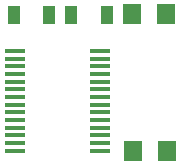
<source format=gtp>
G04 #@! TF.FileFunction,Paste,Top*
%FSLAX46Y46*%
G04 Gerber Fmt 4.6, Leading zero omitted, Abs format (unit mm)*
G04 Created by KiCad (PCBNEW 4.0.4+e1-6308~48~ubuntu16.04.1-stable) date Mon Dec 19 21:24:52 2016*
%MOMM*%
%LPD*%
G01*
G04 APERTURE LIST*
%ADD10C,0.100000*%
%ADD11R,1.597660X1.800860*%
%ADD12R,1.750000X0.450000*%
%ADD13R,1.000000X1.600000*%
G04 APERTURE END LIST*
D10*
D11*
X17480140Y13350000D03*
X20319860Y13350000D03*
D12*
X14730000Y1805000D03*
X14730000Y2455000D03*
X14730000Y3105000D03*
X14730000Y3755000D03*
X14730000Y4405000D03*
X14730000Y5055000D03*
X14730000Y5705000D03*
X14730000Y6355000D03*
X14730000Y7005000D03*
X14730000Y7655000D03*
X14730000Y8305000D03*
X14730000Y8955000D03*
X14730000Y9605000D03*
X14730000Y10255000D03*
X7530000Y10255000D03*
X7530000Y9605000D03*
X7530000Y8955000D03*
X7530000Y8305000D03*
X7530000Y7655000D03*
X7530000Y7005000D03*
X7530000Y6355000D03*
X7530000Y5705000D03*
X7530000Y5055000D03*
X7530000Y4405000D03*
X7530000Y3755000D03*
X7530000Y3105000D03*
X7530000Y2455000D03*
X7530000Y1805000D03*
D13*
X7440000Y13310000D03*
X10440000Y13310000D03*
X12340000Y13320000D03*
X15340000Y13320000D03*
D11*
X17590140Y1748000D03*
X20429860Y1748000D03*
M02*

</source>
